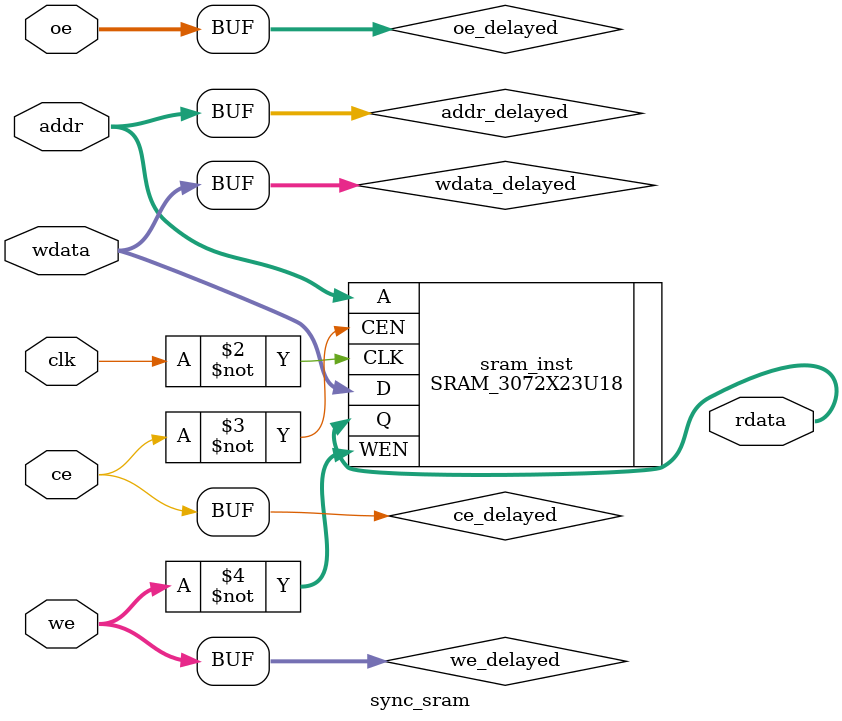
<source format=sv>

`timescale 1ns/10ps

module sync_sram #(
		parameter NUM_PARTS  = 2,
		parameter DATA_WIDTH = 16,
		parameter ADDR_WIDTH = 10,
		parameter DEPTH      = 1024
		)(
		input                           clk,    // clk

		input                           ce,     // chip enable
		input           [NUM_PARTS-1:0] we,     // part write enable
		input           [NUM_PARTS-1:0] oe,     // part output enable
		input          [ADDR_WIDTH-1:0] addr,   // address
		input          [DATA_WIDTH-1:0] wdata,  // data in
		output         [DATA_WIDTH-1:0] rdata   // data out
		);

	`include "vlog_functions_inc.sv"

	//	localparam ADDR_WIDTH = num2width(DEPTH-1);

	// respect simulation model control signal to clock hold times ...

	wire                  ce_delayed;
	wire  [NUM_PARTS-1:0] we_delayed;
	wire  [NUM_PARTS-1:0] oe_delayed;
	wire [ADDR_WIDTH-1:0] addr_delayed;
	wire [DATA_WIDTH-1:0] wdata_delayed;

	`ifndef VCS
		`define SYNC_SRAM_CONTROL_DELAY
	`else
		`define SYNC_SRAM_CONTROL_DELAY #1
	`endif

	assign `SYNC_SRAM_CONTROL_DELAY ce_delayed    = ce;
	assign `SYNC_SRAM_CONTROL_DELAY we_delayed    = we;
	assign `SYNC_SRAM_CONTROL_DELAY oe_delayed    = oe;
	assign `SYNC_SRAM_CONTROL_DELAY addr_delayed  = addr;
	assign `SYNC_SRAM_CONTROL_DELAY wdata_delayed = wdata;

	logic wen_sram;
	assign wen_sram = ~we_delayed;

	// technology dependent SRAM instance generate block ...

	SRAM_3072X23U18 sram_inst (
			.Q    (rdata),
			.CLK  (~clk),
			.CEN  (~ce_delayed),
			.WEN  (~we_delayed),
			.A    (addr_delayed),
			.D    (wdata_delayed)
		);

endmodule


</source>
